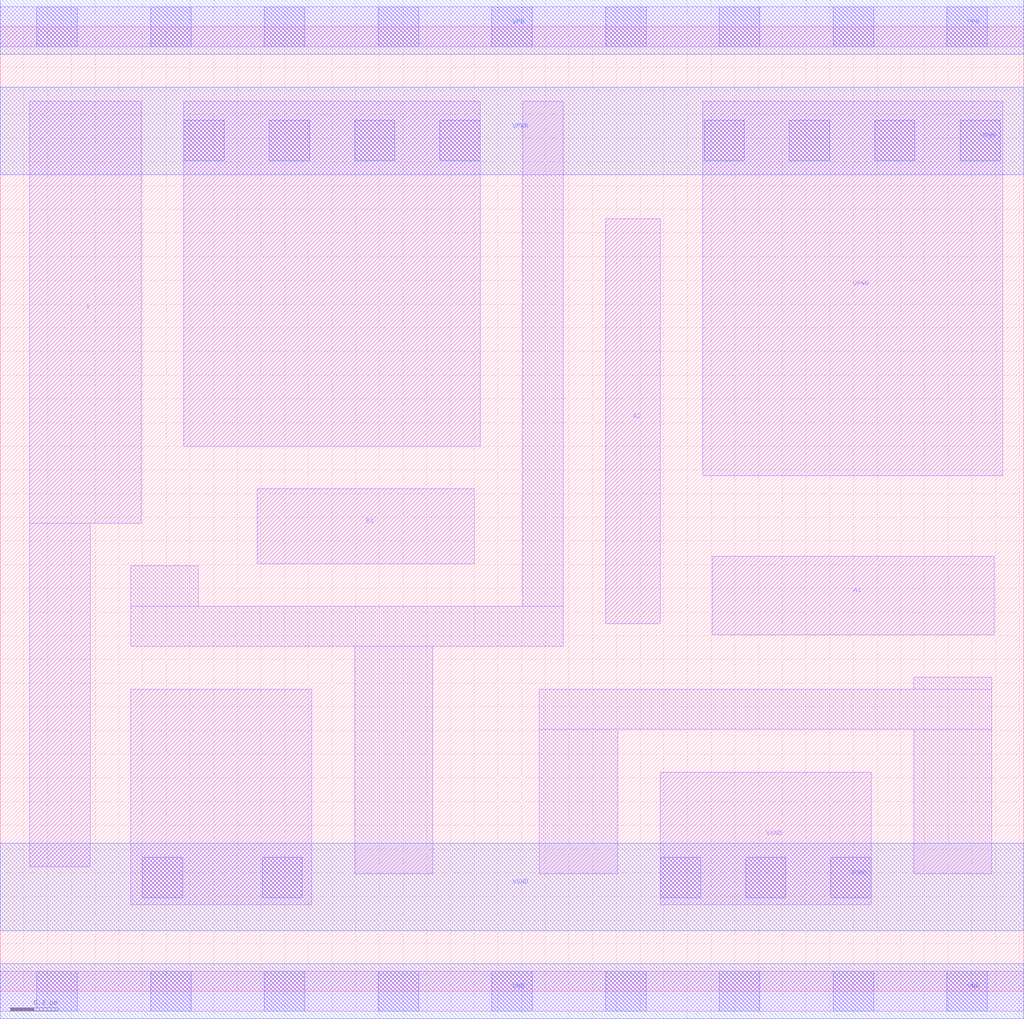
<source format=lef>
# Copyright 2020 The SkyWater PDK Authors
#
# Licensed under the Apache License, Version 2.0 (the "License");
# you may not use this file except in compliance with the License.
# You may obtain a copy of the License at
#
#     https://www.apache.org/licenses/LICENSE-2.0
#
# Unless required by applicable law or agreed to in writing, software
# distributed under the License is distributed on an "AS IS" BASIS,
# WITHOUT WARRANTIES OR CONDITIONS OF ANY KIND, either express or implied.
# See the License for the specific language governing permissions and
# limitations under the License.
#
# SPDX-License-Identifier: Apache-2.0

VERSION 5.7 ;
  NAMESCASESENSITIVE ON ;
  NOWIREEXTENSIONATPIN ON ;
  DIVIDERCHAR "/" ;
  BUSBITCHARS "[]" ;
UNITS
  DATABASE MICRONS 200 ;
END UNITS
MACRO sky130_fd_sc_hvl__o21a_1
  CLASS CORE ;
  SOURCE USER ;
  FOREIGN sky130_fd_sc_hvl__o21a_1 ;
  ORIGIN  0.000000  0.000000 ;
  SIZE  4.320000 BY  4.070000 ;
  SYMMETRY X Y ;
  SITE unithv ;
  PIN A1
    ANTENNAGATEAREA  1.125000 ;
    DIRECTION INPUT ;
    USE SIGNAL ;
    PORT
      LAYER li1 ;
        RECT 3.005000 1.505000 4.195000 1.835000 ;
    END
  END A1
  PIN A2
    ANTENNAGATEAREA  1.125000 ;
    DIRECTION INPUT ;
    USE SIGNAL ;
    PORT
      LAYER li1 ;
        RECT 2.555000 1.550000 2.785000 3.260000 ;
    END
  END A2
  PIN B1
    ANTENNAGATEAREA  1.125000 ;
    DIRECTION INPUT ;
    USE SIGNAL ;
    PORT
      LAYER li1 ;
        RECT 1.085000 1.805000 2.000000 2.120000 ;
    END
  END B1
  PIN X
    ANTENNADIFFAREA  0.626250 ;
    DIRECTION OUTPUT ;
    USE SIGNAL ;
    PORT
      LAYER li1 ;
        RECT 0.125000 0.525000 0.380000 1.975000 ;
        RECT 0.125000 1.975000 0.595000 3.755000 ;
    END
  END X
  PIN VGND
    DIRECTION INOUT ;
    USE GROUND ;
    PORT
      LAYER li1 ;
        RECT 0.550000 0.365000 1.315000 1.275000 ;
        RECT 2.785000 0.365000 3.675000 0.925000 ;
      LAYER mcon ;
        RECT 0.600000 0.395000 0.770000 0.565000 ;
        RECT 1.105000 0.395000 1.275000 0.565000 ;
        RECT 2.785000 0.395000 2.955000 0.565000 ;
        RECT 3.145000 0.395000 3.315000 0.565000 ;
        RECT 3.505000 0.395000 3.675000 0.565000 ;
      LAYER met1 ;
        RECT 0.000000 0.255000 4.320000 0.625000 ;
    END
  END VGND
  PIN VNB
    DIRECTION INOUT ;
    USE GROUND ;
    PORT
      LAYER li1 ;
        RECT 0.000000 -0.085000 4.320000 0.085000 ;
      LAYER mcon ;
        RECT 0.155000 -0.085000 0.325000 0.085000 ;
        RECT 0.635000 -0.085000 0.805000 0.085000 ;
        RECT 1.115000 -0.085000 1.285000 0.085000 ;
        RECT 1.595000 -0.085000 1.765000 0.085000 ;
        RECT 2.075000 -0.085000 2.245000 0.085000 ;
        RECT 2.555000 -0.085000 2.725000 0.085000 ;
        RECT 3.035000 -0.085000 3.205000 0.085000 ;
        RECT 3.515000 -0.085000 3.685000 0.085000 ;
        RECT 3.995000 -0.085000 4.165000 0.085000 ;
      LAYER met1 ;
        RECT 0.000000 -0.115000 4.320000 0.115000 ;
    END
  END VNB
  PIN VPB
    DIRECTION INOUT ;
    USE POWER ;
    PORT
      LAYER li1 ;
        RECT 0.000000 3.985000 4.320000 4.155000 ;
      LAYER mcon ;
        RECT 0.155000 3.985000 0.325000 4.155000 ;
        RECT 0.635000 3.985000 0.805000 4.155000 ;
        RECT 1.115000 3.985000 1.285000 4.155000 ;
        RECT 1.595000 3.985000 1.765000 4.155000 ;
        RECT 2.075000 3.985000 2.245000 4.155000 ;
        RECT 2.555000 3.985000 2.725000 4.155000 ;
        RECT 3.035000 3.985000 3.205000 4.155000 ;
        RECT 3.515000 3.985000 3.685000 4.155000 ;
        RECT 3.995000 3.985000 4.165000 4.155000 ;
      LAYER met1 ;
        RECT 0.000000 3.955000 4.320000 4.185000 ;
    END
  END VPB
  PIN VPWR
    DIRECTION INOUT ;
    USE POWER ;
    PORT
      LAYER li1 ;
        RECT 0.775000 2.300000 2.025000 3.755000 ;
        RECT 2.965000 2.175000 4.230000 3.755000 ;
      LAYER mcon ;
        RECT 0.775000 3.505000 0.945000 3.675000 ;
        RECT 1.135000 3.505000 1.305000 3.675000 ;
        RECT 1.495000 3.505000 1.665000 3.675000 ;
        RECT 1.855000 3.505000 2.025000 3.675000 ;
        RECT 2.970000 3.505000 3.140000 3.675000 ;
        RECT 3.330000 3.505000 3.500000 3.675000 ;
        RECT 3.690000 3.505000 3.860000 3.675000 ;
        RECT 4.050000 3.505000 4.220000 3.675000 ;
      LAYER met1 ;
        RECT 0.000000 3.445000 4.320000 3.815000 ;
    END
  END VPWR
  OBS
    LAYER li1 ;
      RECT 0.550000 1.455000 2.375000 1.625000 ;
      RECT 0.550000 1.625000 0.835000 1.795000 ;
      RECT 1.495000 0.495000 1.825000 1.455000 ;
      RECT 2.205000 1.625000 2.375000 3.755000 ;
      RECT 2.275000 0.495000 2.605000 1.105000 ;
      RECT 2.275000 1.105000 4.185000 1.275000 ;
      RECT 3.855000 0.495000 4.185000 1.105000 ;
      RECT 3.855000 1.275000 4.185000 1.325000 ;
  END
END sky130_fd_sc_hvl__o21a_1

</source>
